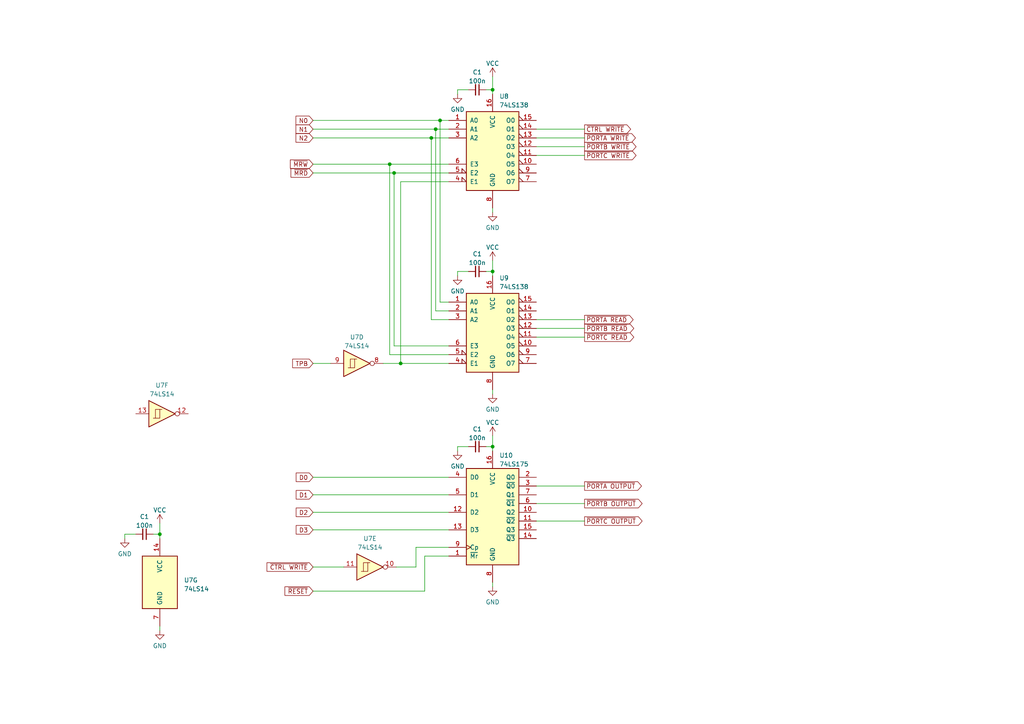
<source format=kicad_sch>
(kicad_sch (version 20230121) (generator eeschema)

  (uuid 8e747904-2510-449a-9e3f-f01131f8106b)

  (paper "A4")

  (lib_symbols
    (symbol "74xx:74LS138" (pin_names (offset 1.016)) (in_bom yes) (on_board yes)
      (property "Reference" "U" (at -7.62 11.43 0)
        (effects (font (size 1.27 1.27)))
      )
      (property "Value" "74LS138" (at -7.62 -13.97 0)
        (effects (font (size 1.27 1.27)))
      )
      (property "Footprint" "" (at 0 0 0)
        (effects (font (size 1.27 1.27)) hide)
      )
      (property "Datasheet" "http://www.ti.com/lit/gpn/sn74LS138" (at 0 0 0)
        (effects (font (size 1.27 1.27)) hide)
      )
      (property "ki_locked" "" (at 0 0 0)
        (effects (font (size 1.27 1.27)))
      )
      (property "ki_keywords" "TTL DECOD DECOD8" (at 0 0 0)
        (effects (font (size 1.27 1.27)) hide)
      )
      (property "ki_description" "Decoder 3 to 8 active low outputs" (at 0 0 0)
        (effects (font (size 1.27 1.27)) hide)
      )
      (property "ki_fp_filters" "DIP?16*" (at 0 0 0)
        (effects (font (size 1.27 1.27)) hide)
      )
      (symbol "74LS138_1_0"
        (pin input line (at -12.7 7.62 0) (length 5.08)
          (name "A0" (effects (font (size 1.27 1.27))))
          (number "1" (effects (font (size 1.27 1.27))))
        )
        (pin output output_low (at 12.7 -5.08 180) (length 5.08)
          (name "O5" (effects (font (size 1.27 1.27))))
          (number "10" (effects (font (size 1.27 1.27))))
        )
        (pin output output_low (at 12.7 -2.54 180) (length 5.08)
          (name "O4" (effects (font (size 1.27 1.27))))
          (number "11" (effects (font (size 1.27 1.27))))
        )
        (pin output output_low (at 12.7 0 180) (length 5.08)
          (name "O3" (effects (font (size 1.27 1.27))))
          (number "12" (effects (font (size 1.27 1.27))))
        )
        (pin output output_low (at 12.7 2.54 180) (length 5.08)
          (name "O2" (effects (font (size 1.27 1.27))))
          (number "13" (effects (font (size 1.27 1.27))))
        )
        (pin output output_low (at 12.7 5.08 180) (length 5.08)
          (name "O1" (effects (font (size 1.27 1.27))))
          (number "14" (effects (font (size 1.27 1.27))))
        )
        (pin output output_low (at 12.7 7.62 180) (length 5.08)
          (name "O0" (effects (font (size 1.27 1.27))))
          (number "15" (effects (font (size 1.27 1.27))))
        )
        (pin power_in line (at 0 15.24 270) (length 5.08)
          (name "VCC" (effects (font (size 1.27 1.27))))
          (number "16" (effects (font (size 1.27 1.27))))
        )
        (pin input line (at -12.7 5.08 0) (length 5.08)
          (name "A1" (effects (font (size 1.27 1.27))))
          (number "2" (effects (font (size 1.27 1.27))))
        )
        (pin input line (at -12.7 2.54 0) (length 5.08)
          (name "A2" (effects (font (size 1.27 1.27))))
          (number "3" (effects (font (size 1.27 1.27))))
        )
        (pin input input_low (at -12.7 -10.16 0) (length 5.08)
          (name "E1" (effects (font (size 1.27 1.27))))
          (number "4" (effects (font (size 1.27 1.27))))
        )
        (pin input input_low (at -12.7 -7.62 0) (length 5.08)
          (name "E2" (effects (font (size 1.27 1.27))))
          (number "5" (effects (font (size 1.27 1.27))))
        )
        (pin input line (at -12.7 -5.08 0) (length 5.08)
          (name "E3" (effects (font (size 1.27 1.27))))
          (number "6" (effects (font (size 1.27 1.27))))
        )
        (pin output output_low (at 12.7 -10.16 180) (length 5.08)
          (name "O7" (effects (font (size 1.27 1.27))))
          (number "7" (effects (font (size 1.27 1.27))))
        )
        (pin power_in line (at 0 -17.78 90) (length 5.08)
          (name "GND" (effects (font (size 1.27 1.27))))
          (number "8" (effects (font (size 1.27 1.27))))
        )
        (pin output output_low (at 12.7 -7.62 180) (length 5.08)
          (name "O6" (effects (font (size 1.27 1.27))))
          (number "9" (effects (font (size 1.27 1.27))))
        )
      )
      (symbol "74LS138_1_1"
        (rectangle (start -7.62 10.16) (end 7.62 -12.7)
          (stroke (width 0.254) (type default))
          (fill (type background))
        )
      )
    )
    (symbol "74xx:74LS14" (pin_names (offset 1.016)) (in_bom yes) (on_board yes)
      (property "Reference" "U" (at 0 1.27 0)
        (effects (font (size 1.27 1.27)))
      )
      (property "Value" "74LS14" (at 0 -1.27 0)
        (effects (font (size 1.27 1.27)))
      )
      (property "Footprint" "" (at 0 0 0)
        (effects (font (size 1.27 1.27)) hide)
      )
      (property "Datasheet" "http://www.ti.com/lit/gpn/sn74LS14" (at 0 0 0)
        (effects (font (size 1.27 1.27)) hide)
      )
      (property "ki_locked" "" (at 0 0 0)
        (effects (font (size 1.27 1.27)))
      )
      (property "ki_keywords" "TTL not inverter" (at 0 0 0)
        (effects (font (size 1.27 1.27)) hide)
      )
      (property "ki_description" "Hex inverter schmitt trigger" (at 0 0 0)
        (effects (font (size 1.27 1.27)) hide)
      )
      (property "ki_fp_filters" "DIP*W7.62mm*" (at 0 0 0)
        (effects (font (size 1.27 1.27)) hide)
      )
      (symbol "74LS14_1_0"
        (polyline
          (pts
            (xy -3.81 3.81)
            (xy -3.81 -3.81)
            (xy 3.81 0)
            (xy -3.81 3.81)
          )
          (stroke (width 0.254) (type default))
          (fill (type background))
        )
        (pin input line (at -7.62 0 0) (length 3.81)
          (name "~" (effects (font (size 1.27 1.27))))
          (number "1" (effects (font (size 1.27 1.27))))
        )
        (pin output inverted (at 7.62 0 180) (length 3.81)
          (name "~" (effects (font (size 1.27 1.27))))
          (number "2" (effects (font (size 1.27 1.27))))
        )
      )
      (symbol "74LS14_1_1"
        (polyline
          (pts
            (xy -1.905 -1.27)
            (xy -1.905 1.27)
            (xy -0.635 1.27)
          )
          (stroke (width 0) (type default))
          (fill (type none))
        )
        (polyline
          (pts
            (xy -2.54 -1.27)
            (xy -0.635 -1.27)
            (xy -0.635 1.27)
            (xy 0 1.27)
          )
          (stroke (width 0) (type default))
          (fill (type none))
        )
      )
      (symbol "74LS14_2_0"
        (polyline
          (pts
            (xy -3.81 3.81)
            (xy -3.81 -3.81)
            (xy 3.81 0)
            (xy -3.81 3.81)
          )
          (stroke (width 0.254) (type default))
          (fill (type background))
        )
        (pin input line (at -7.62 0 0) (length 3.81)
          (name "~" (effects (font (size 1.27 1.27))))
          (number "3" (effects (font (size 1.27 1.27))))
        )
        (pin output inverted (at 7.62 0 180) (length 3.81)
          (name "~" (effects (font (size 1.27 1.27))))
          (number "4" (effects (font (size 1.27 1.27))))
        )
      )
      (symbol "74LS14_2_1"
        (polyline
          (pts
            (xy -1.905 -1.27)
            (xy -1.905 1.27)
            (xy -0.635 1.27)
          )
          (stroke (width 0) (type default))
          (fill (type none))
        )
        (polyline
          (pts
            (xy -2.54 -1.27)
            (xy -0.635 -1.27)
            (xy -0.635 1.27)
            (xy 0 1.27)
          )
          (stroke (width 0) (type default))
          (fill (type none))
        )
      )
      (symbol "74LS14_3_0"
        (polyline
          (pts
            (xy -3.81 3.81)
            (xy -3.81 -3.81)
            (xy 3.81 0)
            (xy -3.81 3.81)
          )
          (stroke (width 0.254) (type default))
          (fill (type background))
        )
        (pin input line (at -7.62 0 0) (length 3.81)
          (name "~" (effects (font (size 1.27 1.27))))
          (number "5" (effects (font (size 1.27 1.27))))
        )
        (pin output inverted (at 7.62 0 180) (length 3.81)
          (name "~" (effects (font (size 1.27 1.27))))
          (number "6" (effects (font (size 1.27 1.27))))
        )
      )
      (symbol "74LS14_3_1"
        (polyline
          (pts
            (xy -1.905 -1.27)
            (xy -1.905 1.27)
            (xy -0.635 1.27)
          )
          (stroke (width 0) (type default))
          (fill (type none))
        )
        (polyline
          (pts
            (xy -2.54 -1.27)
            (xy -0.635 -1.27)
            (xy -0.635 1.27)
            (xy 0 1.27)
          )
          (stroke (width 0) (type default))
          (fill (type none))
        )
      )
      (symbol "74LS14_4_0"
        (polyline
          (pts
            (xy -3.81 3.81)
            (xy -3.81 -3.81)
            (xy 3.81 0)
            (xy -3.81 3.81)
          )
          (stroke (width 0.254) (type default))
          (fill (type background))
        )
        (pin output inverted (at 7.62 0 180) (length 3.81)
          (name "~" (effects (font (size 1.27 1.27))))
          (number "8" (effects (font (size 1.27 1.27))))
        )
        (pin input line (at -7.62 0 0) (length 3.81)
          (name "~" (effects (font (size 1.27 1.27))))
          (number "9" (effects (font (size 1.27 1.27))))
        )
      )
      (symbol "74LS14_4_1"
        (polyline
          (pts
            (xy -1.905 -1.27)
            (xy -1.905 1.27)
            (xy -0.635 1.27)
          )
          (stroke (width 0) (type default))
          (fill (type none))
        )
        (polyline
          (pts
            (xy -2.54 -1.27)
            (xy -0.635 -1.27)
            (xy -0.635 1.27)
            (xy 0 1.27)
          )
          (stroke (width 0) (type default))
          (fill (type none))
        )
      )
      (symbol "74LS14_5_0"
        (polyline
          (pts
            (xy -3.81 3.81)
            (xy -3.81 -3.81)
            (xy 3.81 0)
            (xy -3.81 3.81)
          )
          (stroke (width 0.254) (type default))
          (fill (type background))
        )
        (pin output inverted (at 7.62 0 180) (length 3.81)
          (name "~" (effects (font (size 1.27 1.27))))
          (number "10" (effects (font (size 1.27 1.27))))
        )
        (pin input line (at -7.62 0 0) (length 3.81)
          (name "~" (effects (font (size 1.27 1.27))))
          (number "11" (effects (font (size 1.27 1.27))))
        )
      )
      (symbol "74LS14_5_1"
        (polyline
          (pts
            (xy -1.905 -1.27)
            (xy -1.905 1.27)
            (xy -0.635 1.27)
          )
          (stroke (width 0) (type default))
          (fill (type none))
        )
        (polyline
          (pts
            (xy -2.54 -1.27)
            (xy -0.635 -1.27)
            (xy -0.635 1.27)
            (xy 0 1.27)
          )
          (stroke (width 0) (type default))
          (fill (type none))
        )
      )
      (symbol "74LS14_6_0"
        (polyline
          (pts
            (xy -3.81 3.81)
            (xy -3.81 -3.81)
            (xy 3.81 0)
            (xy -3.81 3.81)
          )
          (stroke (width 0.254) (type default))
          (fill (type background))
        )
        (pin output inverted (at 7.62 0 180) (length 3.81)
          (name "~" (effects (font (size 1.27 1.27))))
          (number "12" (effects (font (size 1.27 1.27))))
        )
        (pin input line (at -7.62 0 0) (length 3.81)
          (name "~" (effects (font (size 1.27 1.27))))
          (number "13" (effects (font (size 1.27 1.27))))
        )
      )
      (symbol "74LS14_6_1"
        (polyline
          (pts
            (xy -1.905 -1.27)
            (xy -1.905 1.27)
            (xy -0.635 1.27)
          )
          (stroke (width 0) (type default))
          (fill (type none))
        )
        (polyline
          (pts
            (xy -2.54 -1.27)
            (xy -0.635 -1.27)
            (xy -0.635 1.27)
            (xy 0 1.27)
          )
          (stroke (width 0) (type default))
          (fill (type none))
        )
      )
      (symbol "74LS14_7_0"
        (pin power_in line (at 0 12.7 270) (length 5.08)
          (name "VCC" (effects (font (size 1.27 1.27))))
          (number "14" (effects (font (size 1.27 1.27))))
        )
        (pin power_in line (at 0 -12.7 90) (length 5.08)
          (name "GND" (effects (font (size 1.27 1.27))))
          (number "7" (effects (font (size 1.27 1.27))))
        )
      )
      (symbol "74LS14_7_1"
        (rectangle (start -5.08 7.62) (end 5.08 -7.62)
          (stroke (width 0.254) (type default))
          (fill (type background))
        )
      )
    )
    (symbol "74xx:74LS175" (pin_names (offset 1.016)) (in_bom yes) (on_board yes)
      (property "Reference" "U" (at -7.62 13.97 0)
        (effects (font (size 1.27 1.27)))
      )
      (property "Value" "74LS175" (at -7.62 -16.51 0)
        (effects (font (size 1.27 1.27)))
      )
      (property "Footprint" "" (at 0 0 0)
        (effects (font (size 1.27 1.27)) hide)
      )
      (property "Datasheet" "http://www.ti.com/lit/gpn/sn74LS175" (at 0 0 0)
        (effects (font (size 1.27 1.27)) hide)
      )
      (property "ki_locked" "" (at 0 0 0)
        (effects (font (size 1.27 1.27)))
      )
      (property "ki_keywords" "TTL REG REG4 DFF" (at 0 0 0)
        (effects (font (size 1.27 1.27)) hide)
      )
      (property "ki_description" "4-bit D Flip-Flop, reset" (at 0 0 0)
        (effects (font (size 1.27 1.27)) hide)
      )
      (property "ki_fp_filters" "DIP?16*" (at 0 0 0)
        (effects (font (size 1.27 1.27)) hide)
      )
      (symbol "74LS175_1_0"
        (pin input line (at -12.7 -12.7 0) (length 5.08)
          (name "~{Mr}" (effects (font (size 1.27 1.27))))
          (number "1" (effects (font (size 1.27 1.27))))
        )
        (pin output line (at 12.7 0 180) (length 5.08)
          (name "Q2" (effects (font (size 1.27 1.27))))
          (number "10" (effects (font (size 1.27 1.27))))
        )
        (pin output line (at 12.7 -2.54 180) (length 5.08)
          (name "~{Q2}" (effects (font (size 1.27 1.27))))
          (number "11" (effects (font (size 1.27 1.27))))
        )
        (pin input line (at -12.7 0 0) (length 5.08)
          (name "D2" (effects (font (size 1.27 1.27))))
          (number "12" (effects (font (size 1.27 1.27))))
        )
        (pin input line (at -12.7 -5.08 0) (length 5.08)
          (name "D3" (effects (font (size 1.27 1.27))))
          (number "13" (effects (font (size 1.27 1.27))))
        )
        (pin output line (at 12.7 -7.62 180) (length 5.08)
          (name "~{Q3}" (effects (font (size 1.27 1.27))))
          (number "14" (effects (font (size 1.27 1.27))))
        )
        (pin output line (at 12.7 -5.08 180) (length 5.08)
          (name "Q3" (effects (font (size 1.27 1.27))))
          (number "15" (effects (font (size 1.27 1.27))))
        )
        (pin power_in line (at 0 17.78 270) (length 5.08)
          (name "VCC" (effects (font (size 1.27 1.27))))
          (number "16" (effects (font (size 1.27 1.27))))
        )
        (pin output line (at 12.7 10.16 180) (length 5.08)
          (name "Q0" (effects (font (size 1.27 1.27))))
          (number "2" (effects (font (size 1.27 1.27))))
        )
        (pin output line (at 12.7 7.62 180) (length 5.08)
          (name "~{Q0}" (effects (font (size 1.27 1.27))))
          (number "3" (effects (font (size 1.27 1.27))))
        )
        (pin input line (at -12.7 10.16 0) (length 5.08)
          (name "D0" (effects (font (size 1.27 1.27))))
          (number "4" (effects (font (size 1.27 1.27))))
        )
        (pin input line (at -12.7 5.08 0) (length 5.08)
          (name "D1" (effects (font (size 1.27 1.27))))
          (number "5" (effects (font (size 1.27 1.27))))
        )
        (pin output line (at 12.7 2.54 180) (length 5.08)
          (name "~{Q1}" (effects (font (size 1.27 1.27))))
          (number "6" (effects (font (size 1.27 1.27))))
        )
        (pin output line (at 12.7 5.08 180) (length 5.08)
          (name "Q1" (effects (font (size 1.27 1.27))))
          (number "7" (effects (font (size 1.27 1.27))))
        )
        (pin power_in line (at 0 -20.32 90) (length 5.08)
          (name "GND" (effects (font (size 1.27 1.27))))
          (number "8" (effects (font (size 1.27 1.27))))
        )
        (pin input clock (at -12.7 -10.16 0) (length 5.08)
          (name "Cp" (effects (font (size 1.27 1.27))))
          (number "9" (effects (font (size 1.27 1.27))))
        )
      )
      (symbol "74LS175_1_1"
        (rectangle (start -7.62 12.7) (end 7.62 -15.24)
          (stroke (width 0.254) (type default))
          (fill (type background))
        )
      )
    )
    (symbol "Device:C_Small" (pin_numbers hide) (pin_names (offset 0.254) hide) (in_bom yes) (on_board yes)
      (property "Reference" "C" (at 0.254 1.778 0)
        (effects (font (size 1.27 1.27)) (justify left))
      )
      (property "Value" "C_Small" (at 0.254 -2.032 0)
        (effects (font (size 1.27 1.27)) (justify left))
      )
      (property "Footprint" "" (at 0 0 0)
        (effects (font (size 1.27 1.27)) hide)
      )
      (property "Datasheet" "~" (at 0 0 0)
        (effects (font (size 1.27 1.27)) hide)
      )
      (property "ki_keywords" "capacitor cap" (at 0 0 0)
        (effects (font (size 1.27 1.27)) hide)
      )
      (property "ki_description" "Unpolarized capacitor, small symbol" (at 0 0 0)
        (effects (font (size 1.27 1.27)) hide)
      )
      (property "ki_fp_filters" "C_*" (at 0 0 0)
        (effects (font (size 1.27 1.27)) hide)
      )
      (symbol "C_Small_0_1"
        (polyline
          (pts
            (xy -1.524 -0.508)
            (xy 1.524 -0.508)
          )
          (stroke (width 0.3302) (type default))
          (fill (type none))
        )
        (polyline
          (pts
            (xy -1.524 0.508)
            (xy 1.524 0.508)
          )
          (stroke (width 0.3048) (type default))
          (fill (type none))
        )
      )
      (symbol "C_Small_1_1"
        (pin passive line (at 0 2.54 270) (length 2.032)
          (name "~" (effects (font (size 1.27 1.27))))
          (number "1" (effects (font (size 1.27 1.27))))
        )
        (pin passive line (at 0 -2.54 90) (length 2.032)
          (name "~" (effects (font (size 1.27 1.27))))
          (number "2" (effects (font (size 1.27 1.27))))
        )
      )
    )
    (symbol "power:GND" (power) (pin_names (offset 0)) (in_bom yes) (on_board yes)
      (property "Reference" "#PWR" (at 0 -6.35 0)
        (effects (font (size 1.27 1.27)) hide)
      )
      (property "Value" "GND" (at 0 -3.81 0)
        (effects (font (size 1.27 1.27)))
      )
      (property "Footprint" "" (at 0 0 0)
        (effects (font (size 1.27 1.27)) hide)
      )
      (property "Datasheet" "" (at 0 0 0)
        (effects (font (size 1.27 1.27)) hide)
      )
      (property "ki_keywords" "global power" (at 0 0 0)
        (effects (font (size 1.27 1.27)) hide)
      )
      (property "ki_description" "Power symbol creates a global label with name \"GND\" , ground" (at 0 0 0)
        (effects (font (size 1.27 1.27)) hide)
      )
      (symbol "GND_0_1"
        (polyline
          (pts
            (xy 0 0)
            (xy 0 -1.27)
            (xy 1.27 -1.27)
            (xy 0 -2.54)
            (xy -1.27 -1.27)
            (xy 0 -1.27)
          )
          (stroke (width 0) (type default))
          (fill (type none))
        )
      )
      (symbol "GND_1_1"
        (pin power_in line (at 0 0 270) (length 0) hide
          (name "GND" (effects (font (size 1.27 1.27))))
          (number "1" (effects (font (size 1.27 1.27))))
        )
      )
    )
    (symbol "power:VCC" (power) (pin_names (offset 0)) (in_bom yes) (on_board yes)
      (property "Reference" "#PWR" (at 0 -3.81 0)
        (effects (font (size 1.27 1.27)) hide)
      )
      (property "Value" "VCC" (at 0 3.81 0)
        (effects (font (size 1.27 1.27)))
      )
      (property "Footprint" "" (at 0 0 0)
        (effects (font (size 1.27 1.27)) hide)
      )
      (property "Datasheet" "" (at 0 0 0)
        (effects (font (size 1.27 1.27)) hide)
      )
      (property "ki_keywords" "global power" (at 0 0 0)
        (effects (font (size 1.27 1.27)) hide)
      )
      (property "ki_description" "Power symbol creates a global label with name \"VCC\"" (at 0 0 0)
        (effects (font (size 1.27 1.27)) hide)
      )
      (symbol "VCC_0_1"
        (polyline
          (pts
            (xy -0.762 1.27)
            (xy 0 2.54)
          )
          (stroke (width 0) (type default))
          (fill (type none))
        )
        (polyline
          (pts
            (xy 0 0)
            (xy 0 2.54)
          )
          (stroke (width 0) (type default))
          (fill (type none))
        )
        (polyline
          (pts
            (xy 0 2.54)
            (xy 0.762 1.27)
          )
          (stroke (width 0) (type default))
          (fill (type none))
        )
      )
      (symbol "VCC_1_1"
        (pin power_in line (at 0 0 90) (length 0) hide
          (name "VCC" (effects (font (size 1.27 1.27))))
          (number "1" (effects (font (size 1.27 1.27))))
        )
      )
    )
  )

  (junction (at 127.635 34.925) (diameter 0) (color 0 0 0 0)
    (uuid 1b32e2ad-3dd7-4836-ac1b-992d1b6e4381)
  )
  (junction (at 142.875 129.54) (diameter 0) (color 0 0 0 0)
    (uuid 2135cfb7-2b8f-4d01-b6fa-3ac3ac9e8b05)
  )
  (junction (at 125.095 40.005) (diameter 0) (color 0 0 0 0)
    (uuid 5f9c6b5c-8d1d-4f26-a154-3445f0883157)
  )
  (junction (at 46.355 154.94) (diameter 0) (color 0 0 0 0)
    (uuid 65bd68d9-c136-4380-b11b-61b076d48b7a)
  )
  (junction (at 114.3 50.165) (diameter 0) (color 0 0 0 0)
    (uuid 7154db4d-5568-4621-8e73-77309a2d99c7)
  )
  (junction (at 126.365 37.465) (diameter 0) (color 0 0 0 0)
    (uuid 8232c58d-3e08-4e30-a779-cf7662c6330c)
  )
  (junction (at 142.875 26.035) (diameter 0) (color 0 0 0 0)
    (uuid 847b0549-64da-4105-ad63-229661d1d158)
  )
  (junction (at 142.875 78.74) (diameter 0) (color 0 0 0 0)
    (uuid d8c8614d-e5b4-4817-a293-f85b171e94dc)
  )
  (junction (at 113.03 47.625) (diameter 0) (color 0 0 0 0)
    (uuid e3837277-a3d3-4bb7-973e-dffb743a98b4)
  )
  (junction (at 116.205 105.41) (diameter 0) (color 0 0 0 0)
    (uuid f3f3e07e-e35f-44c1-9ce0-42030c956d2c)
  )

  (wire (pts (xy 142.875 60.325) (xy 142.875 61.595))
    (stroke (width 0) (type default))
    (uuid 09c4b380-e3a7-4bd0-8ceb-25acedde7d32)
  )
  (wire (pts (xy 46.355 151.765) (xy 46.355 154.94))
    (stroke (width 0) (type default))
    (uuid 0c965492-393b-4ce2-8c52-6db27debc4b7)
  )
  (wire (pts (xy 126.365 37.465) (xy 130.175 37.465))
    (stroke (width 0) (type default))
    (uuid 0d77ef2e-5ada-40d0-8071-2f85ae21cf71)
  )
  (wire (pts (xy 130.175 100.33) (xy 114.3 100.33))
    (stroke (width 0) (type default))
    (uuid 0fbdfee3-7805-4a97-a550-ba89f4b613ef)
  )
  (wire (pts (xy 130.175 90.17) (xy 126.365 90.17))
    (stroke (width 0) (type default))
    (uuid 17f9c358-4a0f-4daf-a530-fcb7ca6be9cb)
  )
  (wire (pts (xy 90.805 50.165) (xy 114.3 50.165))
    (stroke (width 0) (type default))
    (uuid 195913da-6aa1-4549-8806-e1b7ad5d9224)
  )
  (wire (pts (xy 125.095 92.71) (xy 125.095 40.005))
    (stroke (width 0) (type default))
    (uuid 1da2daa3-c77a-45cd-91b6-eac523d26ac1)
  )
  (wire (pts (xy 142.875 126.365) (xy 142.875 129.54))
    (stroke (width 0) (type default))
    (uuid 1f276794-59e6-4317-96d3-152504994c0c)
  )
  (wire (pts (xy 130.175 92.71) (xy 125.095 92.71))
    (stroke (width 0) (type default))
    (uuid 1f370dea-4f1e-4c88-8ac4-07924816d8c1)
  )
  (wire (pts (xy 90.805 138.43) (xy 130.175 138.43))
    (stroke (width 0) (type default))
    (uuid 25b10759-43e9-4425-94e7-d4fa51de5cad)
  )
  (wire (pts (xy 130.175 102.87) (xy 113.03 102.87))
    (stroke (width 0) (type default))
    (uuid 28eabbd3-4a5c-4b96-af82-4e9fe4f53c9d)
  )
  (wire (pts (xy 142.875 168.91) (xy 142.875 170.18))
    (stroke (width 0) (type default))
    (uuid 2a3eca1d-5ce2-4921-a76e-b5e6f8dc60d7)
  )
  (wire (pts (xy 142.875 113.03) (xy 142.875 114.3))
    (stroke (width 0) (type default))
    (uuid 2ba31e0a-97e3-4d9b-8a41-50833b4daaf3)
  )
  (wire (pts (xy 90.805 47.625) (xy 113.03 47.625))
    (stroke (width 0) (type default))
    (uuid 35d4a840-d3f9-4fea-b045-639f67188ceb)
  )
  (wire (pts (xy 169.545 140.97) (xy 155.575 140.97))
    (stroke (width 0) (type default))
    (uuid 377bb5b4-0029-4189-bd67-270e5fa1ba54)
  )
  (wire (pts (xy 44.45 154.94) (xy 46.355 154.94))
    (stroke (width 0) (type default))
    (uuid 3ce3b03c-3134-4da1-9427-94e4fe0d59d3)
  )
  (wire (pts (xy 36.195 154.94) (xy 39.37 154.94))
    (stroke (width 0) (type default))
    (uuid 42dbd3f6-7fb1-44d2-af0a-1da8f0c4b798)
  )
  (wire (pts (xy 120.65 158.75) (xy 120.65 164.465))
    (stroke (width 0) (type default))
    (uuid 443f64b4-1f21-49a4-a0c9-145bd483f0c8)
  )
  (wire (pts (xy 116.205 52.705) (xy 116.205 105.41))
    (stroke (width 0) (type default))
    (uuid 4e274fb4-0749-49ad-acf8-049800fdb36c)
  )
  (wire (pts (xy 113.03 47.625) (xy 130.175 47.625))
    (stroke (width 0) (type default))
    (uuid 51151431-9b55-44e6-a3dc-5f041b9a7c9b)
  )
  (wire (pts (xy 90.805 40.005) (xy 125.095 40.005))
    (stroke (width 0) (type default))
    (uuid 52c43d1c-9562-4544-a634-4c142c4eeb1a)
  )
  (wire (pts (xy 132.715 129.54) (xy 132.715 130.81))
    (stroke (width 0) (type default))
    (uuid 561f987d-077a-4a70-a36e-067a330561db)
  )
  (wire (pts (xy 132.715 78.74) (xy 135.89 78.74))
    (stroke (width 0) (type default))
    (uuid 5c3a37f4-c4f4-41c1-909c-4810f9f36cd3)
  )
  (wire (pts (xy 90.805 148.59) (xy 130.175 148.59))
    (stroke (width 0) (type default))
    (uuid 5d2a7687-4f60-4c66-8dcb-6ace009a0190)
  )
  (wire (pts (xy 90.805 153.67) (xy 130.175 153.67))
    (stroke (width 0) (type default))
    (uuid 5f682a57-f8ed-46ff-8996-96c6f45f8810)
  )
  (wire (pts (xy 111.125 105.41) (xy 116.205 105.41))
    (stroke (width 0) (type default))
    (uuid 6227eb8b-0665-4c65-948c-ff8ad4884702)
  )
  (wire (pts (xy 169.545 151.13) (xy 155.575 151.13))
    (stroke (width 0) (type default))
    (uuid 624a1e3f-df56-4e23-bef5-da286e43f462)
  )
  (wire (pts (xy 155.575 95.25) (xy 169.545 95.25))
    (stroke (width 0) (type default))
    (uuid 6ff07506-7e10-432f-a0fa-bf26f81cf70e)
  )
  (wire (pts (xy 90.805 105.41) (xy 95.885 105.41))
    (stroke (width 0) (type default))
    (uuid 725edc61-2024-4e1b-999c-1f420bb57a88)
  )
  (wire (pts (xy 127.635 34.925) (xy 130.175 34.925))
    (stroke (width 0) (type default))
    (uuid 7426cac7-0f89-43d3-8166-a472a3b44ded)
  )
  (wire (pts (xy 155.575 42.545) (xy 169.545 42.545))
    (stroke (width 0) (type default))
    (uuid 7b77ee2b-e0fa-4331-9f4b-bac6eae94f8e)
  )
  (wire (pts (xy 142.875 22.225) (xy 142.875 26.035))
    (stroke (width 0) (type default))
    (uuid 8485c5d8-d926-4bb5-a7f1-1f9e6ff6b4ab)
  )
  (wire (pts (xy 120.65 164.465) (xy 114.935 164.465))
    (stroke (width 0) (type default))
    (uuid 8568e1d6-cf9c-46b9-b366-f226582960da)
  )
  (wire (pts (xy 135.89 129.54) (xy 132.715 129.54))
    (stroke (width 0) (type default))
    (uuid 8d278ed0-1fd6-4d28-8e8e-556f269c6601)
  )
  (wire (pts (xy 90.805 143.51) (xy 130.175 143.51))
    (stroke (width 0) (type default))
    (uuid 9046362d-d5ec-41ab-8325-73db0bcb6af2)
  )
  (wire (pts (xy 169.545 40.005) (xy 155.575 40.005))
    (stroke (width 0) (type default))
    (uuid 90f63542-78b1-4171-9012-1309e232934b)
  )
  (wire (pts (xy 90.805 171.45) (xy 123.19 171.45))
    (stroke (width 0) (type default))
    (uuid 91b33599-3264-48cf-bbd3-972c8a1a6f27)
  )
  (wire (pts (xy 125.095 40.005) (xy 130.175 40.005))
    (stroke (width 0) (type default))
    (uuid 9a0f8d81-d62d-40cf-af19-6a53b9fecded)
  )
  (wire (pts (xy 126.365 90.17) (xy 126.365 37.465))
    (stroke (width 0) (type default))
    (uuid 9bab197e-8019-4ebf-9ef6-a5baf741d7c0)
  )
  (wire (pts (xy 130.175 52.705) (xy 116.205 52.705))
    (stroke (width 0) (type default))
    (uuid 9f77dd11-5b46-4992-a538-f1f9ec380c43)
  )
  (wire (pts (xy 46.355 154.94) (xy 46.355 156.21))
    (stroke (width 0) (type default))
    (uuid a1221c2b-0c7f-471a-a558-fec267c2afe7)
  )
  (wire (pts (xy 140.97 78.74) (xy 142.875 78.74))
    (stroke (width 0) (type default))
    (uuid a1e00e98-3714-4fd3-accd-4f24d75f0198)
  )
  (wire (pts (xy 132.715 26.035) (xy 132.715 27.305))
    (stroke (width 0) (type default))
    (uuid aaef81d9-f9df-45d3-a436-382b0a59cdc8)
  )
  (wire (pts (xy 155.575 37.465) (xy 169.545 37.465))
    (stroke (width 0) (type default))
    (uuid ac9b419c-bbd3-4c33-8f34-20cc06f1a95d)
  )
  (wire (pts (xy 155.575 45.085) (xy 169.545 45.085))
    (stroke (width 0) (type default))
    (uuid b167c3dd-92b3-4464-b72d-121df6e8e354)
  )
  (wire (pts (xy 114.3 100.33) (xy 114.3 50.165))
    (stroke (width 0) (type default))
    (uuid b167cfbe-2257-46d1-9eb1-782d50a39bfd)
  )
  (wire (pts (xy 140.97 26.035) (xy 142.875 26.035))
    (stroke (width 0) (type default))
    (uuid b24783bd-2545-46ef-b2c6-b7212a215ebc)
  )
  (wire (pts (xy 90.805 34.925) (xy 127.635 34.925))
    (stroke (width 0) (type default))
    (uuid b4c21a72-8849-4513-bb16-7a26346b305f)
  )
  (wire (pts (xy 142.875 78.74) (xy 142.875 80.01))
    (stroke (width 0) (type default))
    (uuid b4eab22c-273b-4bc7-a1a6-349dea5f8d65)
  )
  (wire (pts (xy 142.875 75.565) (xy 142.875 78.74))
    (stroke (width 0) (type default))
    (uuid b6c7bca8-6b1a-4be2-b214-bda4a5feb01f)
  )
  (wire (pts (xy 127.635 87.63) (xy 127.635 34.925))
    (stroke (width 0) (type default))
    (uuid b7e99e5d-1b25-424a-8fe7-dc9ca75058ec)
  )
  (wire (pts (xy 130.175 158.75) (xy 120.65 158.75))
    (stroke (width 0) (type default))
    (uuid b988e7fe-f0b3-4df8-8107-41f3bdb374db)
  )
  (wire (pts (xy 155.575 97.79) (xy 169.545 97.79))
    (stroke (width 0) (type default))
    (uuid be945b09-155d-40b0-be1f-885e4bb4694a)
  )
  (wire (pts (xy 169.545 146.05) (xy 155.575 146.05))
    (stroke (width 0) (type default))
    (uuid c24819b0-67f8-4f10-b015-ef924169d9dc)
  )
  (wire (pts (xy 114.3 50.165) (xy 130.175 50.165))
    (stroke (width 0) (type default))
    (uuid c6121cbb-2799-4886-b091-e78a7932ea97)
  )
  (wire (pts (xy 130.175 161.29) (xy 123.19 161.29))
    (stroke (width 0) (type default))
    (uuid c90fe3be-5cae-4772-a0fc-dd50f58e6dd5)
  )
  (wire (pts (xy 142.875 129.54) (xy 142.875 130.81))
    (stroke (width 0) (type default))
    (uuid cc22e83b-4af8-4e47-b822-c76b79ba6496)
  )
  (wire (pts (xy 90.805 37.465) (xy 126.365 37.465))
    (stroke (width 0) (type default))
    (uuid d4ab1900-43e9-4b92-843d-fc8be8100b67)
  )
  (wire (pts (xy 169.545 92.71) (xy 155.575 92.71))
    (stroke (width 0) (type default))
    (uuid d4d43c75-3509-453f-8e6f-cec9595ac336)
  )
  (wire (pts (xy 142.875 26.035) (xy 142.875 27.305))
    (stroke (width 0) (type default))
    (uuid d9d29b2a-ce5c-4b4c-8088-b9f79cf4ac12)
  )
  (wire (pts (xy 113.03 102.87) (xy 113.03 47.625))
    (stroke (width 0) (type default))
    (uuid e1402a17-82b6-48b4-bfc9-41eb62c80295)
  )
  (wire (pts (xy 36.195 154.94) (xy 36.195 156.21))
    (stroke (width 0) (type default))
    (uuid e1c2512f-7d9a-4810-bed4-06627ef98bfc)
  )
  (wire (pts (xy 140.97 129.54) (xy 142.875 129.54))
    (stroke (width 0) (type default))
    (uuid e5983d0b-4223-486d-84d3-793a70a503c2)
  )
  (wire (pts (xy 132.715 26.035) (xy 135.89 26.035))
    (stroke (width 0) (type default))
    (uuid eb0fdd5c-3c0c-4210-a9e2-5a17c1744ab1)
  )
  (wire (pts (xy 130.175 87.63) (xy 127.635 87.63))
    (stroke (width 0) (type default))
    (uuid ebe7b316-6118-4109-a37f-f83d7d579402)
  )
  (wire (pts (xy 46.355 181.61) (xy 46.355 182.88))
    (stroke (width 0) (type default))
    (uuid f08a7646-2c3b-4074-98c7-185c9585bcd1)
  )
  (wire (pts (xy 132.715 78.74) (xy 132.715 80.01))
    (stroke (width 0) (type default))
    (uuid f1872f7a-6f23-4891-b515-2151b772d2af)
  )
  (wire (pts (xy 123.19 161.29) (xy 123.19 171.45))
    (stroke (width 0) (type default))
    (uuid f1a36e1e-4d45-4bcf-8025-fd9ac7e7d0db)
  )
  (wire (pts (xy 116.205 105.41) (xy 130.175 105.41))
    (stroke (width 0) (type default))
    (uuid fae18c82-d287-496b-b459-986327f10162)
  )
  (wire (pts (xy 90.805 164.465) (xy 99.695 164.465))
    (stroke (width 0) (type default))
    (uuid ffe7650c-945f-4083-a020-28f7e10c331a)
  )

  (global_label "TPB" (shape input) (at 90.805 105.41 180) (fields_autoplaced)
    (effects (font (size 1.27 1.27)) (justify right))
    (uuid 0c108800-2f8f-49d4-b4ad-a39d12e62f31)
    (property "Intersheetrefs" "${INTERSHEET_REFS}" (at 84.3916 105.41 0)
      (effects (font (size 1.27 1.27)) (justify right) hide)
    )
  )
  (global_label "D1" (shape input) (at 90.805 143.51 180) (fields_autoplaced)
    (effects (font (size 1.27 1.27)) (justify right))
    (uuid 1fac3484-a8dd-4625-aa3f-b17fad7fbda6)
    (property "Intersheetrefs" "${INTERSHEET_REFS}" (at 85.4197 143.51 0)
      (effects (font (size 1.27 1.27)) (justify right) hide)
    )
  )
  (global_label "~{RESET}" (shape input) (at 90.805 171.45 180) (fields_autoplaced)
    (effects (font (size 1.27 1.27)) (justify right))
    (uuid 39aca488-a7ac-4ec5-9f41-371f74e16abe)
    (property "Intersheetrefs" "${INTERSHEET_REFS}" (at 82.1541 171.45 0)
      (effects (font (size 1.27 1.27)) (justify right) hide)
    )
  )
  (global_label "~{PORTC READ}" (shape output) (at 169.545 97.79 0) (fields_autoplaced)
    (effects (font (size 1.27 1.27)) (justify left))
    (uuid 422cd684-d059-48af-88b4-cd51f6c05023)
    (property "Intersheetrefs" "${INTERSHEET_REFS}" (at 184.0985 97.79 0)
      (effects (font (size 1.27 1.27)) (justify left) hide)
    )
  )
  (global_label "~{PORTC WRITE}" (shape output) (at 169.545 45.085 0) (fields_autoplaced)
    (effects (font (size 1.27 1.27)) (justify left))
    (uuid 4868af65-dad5-4897-a05b-45dcc2a44555)
    (property "Intersheetrefs" "${INTERSHEET_REFS}" (at 184.7637 45.085 0)
      (effects (font (size 1.27 1.27)) (justify left) hide)
    )
  )
  (global_label "~{MRW}" (shape input) (at 90.805 47.625 180) (fields_autoplaced)
    (effects (font (size 1.27 1.27)) (justify right))
    (uuid 4a06a21e-384f-4738-88ee-e99575e99b6d)
    (property "Intersheetrefs" "${INTERSHEET_REFS}" (at 83.7264 47.625 0)
      (effects (font (size 1.27 1.27)) (justify right) hide)
    )
  )
  (global_label "~{PORTB WRITE}" (shape output) (at 169.545 42.545 0) (fields_autoplaced)
    (effects (font (size 1.27 1.27)) (justify left))
    (uuid 5069914e-4905-4b36-a91d-3159d9dd8417)
    (property "Intersheetrefs" "${INTERSHEET_REFS}" (at 184.7637 42.545 0)
      (effects (font (size 1.27 1.27)) (justify left) hide)
    )
  )
  (global_label "D2" (shape input) (at 90.805 148.59 180) (fields_autoplaced)
    (effects (font (size 1.27 1.27)) (justify right))
    (uuid 6533a060-6f59-436e-95e2-7623b04d40cf)
    (property "Intersheetrefs" "${INTERSHEET_REFS}" (at 85.4197 148.59 0)
      (effects (font (size 1.27 1.27)) (justify right) hide)
    )
  )
  (global_label "~{PORTB READ}" (shape output) (at 169.545 95.25 0) (fields_autoplaced)
    (effects (font (size 1.27 1.27)) (justify left))
    (uuid 6807b320-a39c-4445-8418-18ecb4867e88)
    (property "Intersheetrefs" "${INTERSHEET_REFS}" (at 184.0985 95.25 0)
      (effects (font (size 1.27 1.27)) (justify left) hide)
    )
  )
  (global_label "~{PORTB OUTPUT}" (shape output) (at 169.545 146.05 0) (fields_autoplaced)
    (effects (font (size 1.27 1.27)) (justify left))
    (uuid 6cb6ff08-a9a7-4669-95ec-68e154c2a9b0)
    (property "Intersheetrefs" "${INTERSHEET_REFS}" (at 186.5176 146.05 0)
      (effects (font (size 1.27 1.27)) (justify left) hide)
    )
  )
  (global_label "~{MRD}" (shape input) (at 90.805 50.165 180) (fields_autoplaced)
    (effects (font (size 1.27 1.27)) (justify right))
    (uuid 75449236-d9e5-47c5-be0a-951499e02e57)
    (property "Intersheetrefs" "${INTERSHEET_REFS}" (at 83.9078 50.165 0)
      (effects (font (size 1.27 1.27)) (justify right) hide)
    )
  )
  (global_label "D3" (shape input) (at 90.805 153.67 180) (fields_autoplaced)
    (effects (font (size 1.27 1.27)) (justify right))
    (uuid 7877d15c-bb44-4c83-965e-e9545cdd587b)
    (property "Intersheetrefs" "${INTERSHEET_REFS}" (at 85.4197 153.67 0)
      (effects (font (size 1.27 1.27)) (justify right) hide)
    )
  )
  (global_label "N2" (shape input) (at 90.805 40.005 180) (fields_autoplaced)
    (effects (font (size 1.27 1.27)) (justify right))
    (uuid 79988880-8f97-4d73-a3d6-f295f8cb1a79)
    (property "Intersheetrefs" "${INTERSHEET_REFS}" (at 85.3592 40.005 0)
      (effects (font (size 1.27 1.27)) (justify right) hide)
    )
  )
  (global_label "~{PORTA WRITE}" (shape output) (at 169.545 40.005 0) (fields_autoplaced)
    (effects (font (size 1.27 1.27)) (justify left))
    (uuid 7b5d5538-949b-403d-bd0f-6bf29e1cd071)
    (property "Intersheetrefs" "${INTERSHEET_REFS}" (at 184.5823 40.005 0)
      (effects (font (size 1.27 1.27)) (justify left) hide)
    )
  )
  (global_label "N1" (shape input) (at 90.805 37.465 180) (fields_autoplaced)
    (effects (font (size 1.27 1.27)) (justify right))
    (uuid 7cb9c49a-4d2f-4fdd-906d-3d43ee4a95b5)
    (property "Intersheetrefs" "${INTERSHEET_REFS}" (at 85.3592 37.465 0)
      (effects (font (size 1.27 1.27)) (justify right) hide)
    )
  )
  (global_label "~{CTRL WRITE}" (shape output) (at 169.545 37.465 0) (fields_autoplaced)
    (effects (font (size 1.27 1.27)) (justify left))
    (uuid 949bf436-6d62-4675-894a-0186b020ac65)
    (property "Intersheetrefs" "${INTERSHEET_REFS}" (at 183.1913 37.465 0)
      (effects (font (size 1.27 1.27)) (justify left) hide)
    )
  )
  (global_label "~{PORTC OUTPUT}" (shape output) (at 169.545 151.13 0) (fields_autoplaced)
    (effects (font (size 1.27 1.27)) (justify left))
    (uuid a528f612-7ec7-4b49-96c4-a4ad25fca5ff)
    (property "Intersheetrefs" "${INTERSHEET_REFS}" (at 186.5176 151.13 0)
      (effects (font (size 1.27 1.27)) (justify left) hide)
    )
  )
  (global_label "N0" (shape input) (at 90.805 34.925 180) (fields_autoplaced)
    (effects (font (size 1.27 1.27)) (justify right))
    (uuid b5509f7b-d2e5-4e43-9ba2-b510a517b832)
    (property "Intersheetrefs" "${INTERSHEET_REFS}" (at 85.3592 34.925 0)
      (effects (font (size 1.27 1.27)) (justify right) hide)
    )
  )
  (global_label "D0" (shape input) (at 90.805 138.43 180) (fields_autoplaced)
    (effects (font (size 1.27 1.27)) (justify right))
    (uuid b57288b5-e962-4dd7-a2ff-0e5d94fc0e8e)
    (property "Intersheetrefs" "${INTERSHEET_REFS}" (at 85.4197 138.43 0)
      (effects (font (size 1.27 1.27)) (justify right) hide)
    )
  )
  (global_label "~{CTRL WRITE}" (shape input) (at 90.805 164.465 180) (fields_autoplaced)
    (effects (font (size 1.27 1.27)) (justify right))
    (uuid dc31fbbb-bfdf-440b-9468-94e87da15826)
    (property "Intersheetrefs" "${INTERSHEET_REFS}" (at 77.1587 164.465 0)
      (effects (font (size 1.27 1.27)) (justify right) hide)
    )
  )
  (global_label "~{PORTA READ}" (shape output) (at 169.545 92.71 0) (fields_autoplaced)
    (effects (font (size 1.27 1.27)) (justify left))
    (uuid e849f985-1368-4aee-8267-6f1b1f82b98c)
    (property "Intersheetrefs" "${INTERSHEET_REFS}" (at 183.9171 92.71 0)
      (effects (font (size 1.27 1.27)) (justify left) hide)
    )
  )
  (global_label "~{PORTA OUTPUT}" (shape output) (at 169.545 140.97 0) (fields_autoplaced)
    (effects (font (size 1.27 1.27)) (justify left))
    (uuid ef6037e2-7425-4ee2-90a5-503c875fa405)
    (property "Intersheetrefs" "${INTERSHEET_REFS}" (at 186.3362 140.97 0)
      (effects (font (size 1.27 1.27)) (justify left) hide)
    )
  )

  (symbol (lib_id "Device:C_Small") (at 41.91 154.94 270) (unit 1)
    (in_bom yes) (on_board yes) (dnp no) (fields_autoplaced)
    (uuid 0066dc6c-10aa-4fa2-9495-6cdd9dbcdd1f)
    (property "Reference" "C1" (at 41.9036 149.86 90)
      (effects (font (size 1.27 1.27)))
    )
    (property "Value" "100n" (at 41.9036 152.4 90)
      (effects (font (size 1.27 1.27)))
    )
    (property "Footprint" "Capacitor_THT:C_Disc_D3.0mm_W1.6mm_P2.50mm" (at 41.91 154.94 0)
      (effects (font (size 1.27 1.27)) hide)
    )
    (property "Datasheet" "~" (at 41.91 154.94 0)
      (effects (font (size 1.27 1.27)) hide)
    )
    (pin "1" (uuid dd92069a-63d4-4430-a87a-09d91098f6de))
    (pin "2" (uuid 6b986b0b-3766-4326-ab3c-35d628f13548))
    (instances
      (project "cdp-io"
        (path "/479e9a3e-8705-41df-8009-7e8503809f49/05095c2f-eeee-4b53-a55c-38329025afd6"
          (reference "C1") (unit 1)
        )
        (path "/479e9a3e-8705-41df-8009-7e8503809f49/f2f2e87f-81b0-49e1-b285-4bb1f98f04a0"
          (reference "C4") (unit 1)
        )
        (path "/479e9a3e-8705-41df-8009-7e8503809f49/03dab4a8-d44b-4cf8-b119-6efcff8953b4"
          (reference "C6") (unit 1)
        )
        (path "/479e9a3e-8705-41df-8009-7e8503809f49/fc5dd19a-450f-4ce7-af21-025e7154e993"
          (reference "C7") (unit 1)
        )
      )
    )
  )

  (symbol (lib_id "Device:C_Small") (at 138.43 26.035 270) (unit 1)
    (in_bom yes) (on_board yes) (dnp no) (fields_autoplaced)
    (uuid 14d22289-de35-45dc-9cc0-d97dd235f2ff)
    (property "Reference" "C1" (at 138.4236 20.955 90)
      (effects (font (size 1.27 1.27)))
    )
    (property "Value" "100n" (at 138.4236 23.495 90)
      (effects (font (size 1.27 1.27)))
    )
    (property "Footprint" "Capacitor_THT:C_Disc_D3.0mm_W1.6mm_P2.50mm" (at 138.43 26.035 0)
      (effects (font (size 1.27 1.27)) hide)
    )
    (property "Datasheet" "~" (at 138.43 26.035 0)
      (effects (font (size 1.27 1.27)) hide)
    )
    (pin "1" (uuid 02005e0f-6e17-444e-a7b4-22f0ef0b819d))
    (pin "2" (uuid 5426e7c1-dec7-4666-8895-0d4675033731))
    (instances
      (project "cdp-io"
        (path "/479e9a3e-8705-41df-8009-7e8503809f49/05095c2f-eeee-4b53-a55c-38329025afd6"
          (reference "C1") (unit 1)
        )
        (path "/479e9a3e-8705-41df-8009-7e8503809f49/f2f2e87f-81b0-49e1-b285-4bb1f98f04a0"
          (reference "C4") (unit 1)
        )
        (path "/479e9a3e-8705-41df-8009-7e8503809f49/03dab4a8-d44b-4cf8-b119-6efcff8953b4"
          (reference "C6") (unit 1)
        )
        (path "/479e9a3e-8705-41df-8009-7e8503809f49/fc5dd19a-450f-4ce7-af21-025e7154e993"
          (reference "C8") (unit 1)
        )
      )
    )
  )

  (symbol (lib_id "74xx:74LS138") (at 142.875 42.545 0) (unit 1)
    (in_bom yes) (on_board yes) (dnp no) (fields_autoplaced)
    (uuid 1dbf0960-62f2-4f17-bc24-333e1312dfe3)
    (property "Reference" "U8" (at 144.8309 27.94 0)
      (effects (font (size 1.27 1.27)) (justify left))
    )
    (property "Value" "74LS138" (at 144.8309 30.48 0)
      (effects (font (size 1.27 1.27)) (justify left))
    )
    (property "Footprint" "Package_DIP:DIP-16_W7.62mm_Socket" (at 142.875 42.545 0)
      (effects (font (size 1.27 1.27)) hide)
    )
    (property "Datasheet" "http://www.ti.com/lit/gpn/sn74LS138" (at 142.875 42.545 0)
      (effects (font (size 1.27 1.27)) hide)
    )
    (pin "1" (uuid a4739aee-3007-48ff-88aa-9da83e87abbc))
    (pin "10" (uuid c0801680-7194-423a-b68b-c2ffad5f806a))
    (pin "11" (uuid 14c3ffc2-6cc3-477f-a361-5e92356ebf91))
    (pin "12" (uuid cf5783c6-2fc1-4eda-a40f-6e10efb9c418))
    (pin "13" (uuid 4902f89a-d0c8-484c-a1d9-397c9e126717))
    (pin "14" (uuid f4d977a2-7a96-4b3d-9d88-92089fc76fe6))
    (pin "15" (uuid 745927ba-ed58-48c1-a5a6-63a32fcdf9a6))
    (pin "16" (uuid 5973be77-3803-4379-b3b4-6c79b729879f))
    (pin "2" (uuid 64ff1791-59d1-46c9-ac6c-a716642a5810))
    (pin "3" (uuid 4330ed42-9921-4c61-9081-b4e316311f1c))
    (pin "4" (uuid 6fd97f48-7ac9-48cb-9d51-938f85630146))
    (pin "5" (uuid 31f65495-e327-4254-8f08-0fb5b0e03803))
    (pin "6" (uuid bd76b740-63bd-494f-94c6-6e7629b87297))
    (pin "7" (uuid 9dc28e4b-0254-4ae0-af3e-3b5696f0e08d))
    (pin "8" (uuid 249f3952-1ba1-420b-8f64-aa0a564ddd39))
    (pin "9" (uuid b9d55fa6-ee66-4065-8edd-2618df645915))
    (instances
      (project "cdp-io"
        (path "/479e9a3e-8705-41df-8009-7e8503809f49/fc5dd19a-450f-4ce7-af21-025e7154e993"
          (reference "U8") (unit 1)
        )
      )
    )
  )

  (symbol (lib_id "power:VCC") (at 142.875 126.365 0) (unit 1)
    (in_bom yes) (on_board yes) (dnp no)
    (uuid 28347e1b-a340-466d-a5a5-b947d22b22ee)
    (property "Reference" "#PWR02" (at 142.875 130.175 0)
      (effects (font (size 1.27 1.27)) hide)
    )
    (property "Value" "VCC" (at 142.875 122.555 0)
      (effects (font (size 1.27 1.27)))
    )
    (property "Footprint" "" (at 142.875 126.365 0)
      (effects (font (size 1.27 1.27)) hide)
    )
    (property "Datasheet" "" (at 142.875 126.365 0)
      (effects (font (size 1.27 1.27)) hide)
    )
    (pin "1" (uuid 168c31d0-59e1-4197-b7f7-616d79f75596))
    (instances
      (project "cdp-io"
        (path "/479e9a3e-8705-41df-8009-7e8503809f49"
          (reference "#PWR02") (unit 1)
        )
        (path "/479e9a3e-8705-41df-8009-7e8503809f49/05095c2f-eeee-4b53-a55c-38329025afd6"
          (reference "#PWR07") (unit 1)
        )
        (path "/479e9a3e-8705-41df-8009-7e8503809f49/f2f2e87f-81b0-49e1-b285-4bb1f98f04a0"
          (reference "#PWR03") (unit 1)
        )
        (path "/479e9a3e-8705-41df-8009-7e8503809f49/03dab4a8-d44b-4cf8-b119-6efcff8953b4"
          (reference "#PWR017") (unit 1)
        )
        (path "/479e9a3e-8705-41df-8009-7e8503809f49/fc5dd19a-450f-4ce7-af21-025e7154e993"
          (reference "#PWR031") (unit 1)
        )
      )
    )
  )

  (symbol (lib_id "Device:C_Small") (at 138.43 129.54 270) (unit 1)
    (in_bom yes) (on_board yes) (dnp no) (fields_autoplaced)
    (uuid 29724c2c-9ef8-40eb-a760-c0c3e5f4eaee)
    (property "Reference" "C1" (at 138.4236 124.46 90)
      (effects (font (size 1.27 1.27)))
    )
    (property "Value" "100n" (at 138.4236 127 90)
      (effects (font (size 1.27 1.27)))
    )
    (property "Footprint" "Capacitor_THT:C_Disc_D3.0mm_W1.6mm_P2.50mm" (at 138.43 129.54 0)
      (effects (font (size 1.27 1.27)) hide)
    )
    (property "Datasheet" "~" (at 138.43 129.54 0)
      (effects (font (size 1.27 1.27)) hide)
    )
    (pin "1" (uuid 39c0501b-aca0-4bce-8366-ae2629dda1ac))
    (pin "2" (uuid 88f0e40c-def7-417c-8241-41aed212833a))
    (instances
      (project "cdp-io"
        (path "/479e9a3e-8705-41df-8009-7e8503809f49/05095c2f-eeee-4b53-a55c-38329025afd6"
          (reference "C1") (unit 1)
        )
        (path "/479e9a3e-8705-41df-8009-7e8503809f49/f2f2e87f-81b0-49e1-b285-4bb1f98f04a0"
          (reference "C4") (unit 1)
        )
        (path "/479e9a3e-8705-41df-8009-7e8503809f49/03dab4a8-d44b-4cf8-b119-6efcff8953b4"
          (reference "C6") (unit 1)
        )
        (path "/479e9a3e-8705-41df-8009-7e8503809f49/fc5dd19a-450f-4ce7-af21-025e7154e993"
          (reference "C10") (unit 1)
        )
      )
    )
  )

  (symbol (lib_id "74xx:74LS14") (at 103.505 105.41 0) (unit 4)
    (in_bom yes) (on_board yes) (dnp no) (fields_autoplaced)
    (uuid 323dd0d1-6f77-4b80-949f-7f321d365104)
    (property "Reference" "U7" (at 103.505 97.79 0)
      (effects (font (size 1.27 1.27)))
    )
    (property "Value" "74LS14" (at 103.505 100.33 0)
      (effects (font (size 1.27 1.27)))
    )
    (property "Footprint" "Package_DIP:DIP-14_W7.62mm_Socket" (at 103.505 105.41 0)
      (effects (font (size 1.27 1.27)) hide)
    )
    (property "Datasheet" "http://www.ti.com/lit/gpn/sn74LS14" (at 103.505 105.41 0)
      (effects (font (size 1.27 1.27)) hide)
    )
    (pin "1" (uuid 2321bfc2-689e-4c78-99bf-63e78b76141d))
    (pin "2" (uuid 97783fa8-6e29-4116-bdbf-d8c1ee7506cb))
    (pin "3" (uuid e82d0993-1487-45bc-83ed-c1d49faa43aa))
    (pin "4" (uuid 89761333-dc43-4d04-b1fe-d10ac6351bf8))
    (pin "5" (uuid 5cc6510a-0257-4f9e-9c8a-08d3c758c731))
    (pin "6" (uuid c48801e5-c1a7-4b05-bced-8914a6ba21a3))
    (pin "8" (uuid de0894a2-34eb-4dfe-b4e4-4cbeff213740))
    (pin "9" (uuid b4a31f8f-3840-4222-8a11-0b8d76b95827))
    (pin "10" (uuid 6086aea6-a3a0-41f4-bd17-f1726b860484))
    (pin "11" (uuid e25680a5-f067-4ed4-b4f4-e30ab5120208))
    (pin "12" (uuid e4c2be5a-48b0-4045-ba15-81bd4c2ef020))
    (pin "13" (uuid 2beadd67-5e76-4d61-935c-7c1bfb4836e4))
    (pin "14" (uuid b4c46ade-6f64-44ed-901c-05e60abaab13))
    (pin "7" (uuid d0f56f99-13de-4456-bf2b-48b9cdc6d239))
    (instances
      (project "cdp-io"
        (path "/479e9a3e-8705-41df-8009-7e8503809f49/fc5dd19a-450f-4ce7-af21-025e7154e993"
          (reference "U7") (unit 4)
        )
      )
    )
  )

  (symbol (lib_id "74xx:74LS138") (at 142.875 95.25 0) (unit 1)
    (in_bom yes) (on_board yes) (dnp no) (fields_autoplaced)
    (uuid 41105c9c-b74a-4f2a-bb6d-81b98e766dda)
    (property "Reference" "U9" (at 144.8309 80.645 0)
      (effects (font (size 1.27 1.27)) (justify left))
    )
    (property "Value" "74LS138" (at 144.8309 83.185 0)
      (effects (font (size 1.27 1.27)) (justify left))
    )
    (property "Footprint" "Package_DIP:DIP-16_W7.62mm_Socket" (at 142.875 95.25 0)
      (effects (font (size 1.27 1.27)) hide)
    )
    (property "Datasheet" "http://www.ti.com/lit/gpn/sn74LS138" (at 142.875 95.25 0)
      (effects (font (size 1.27 1.27)) hide)
    )
    (pin "1" (uuid d1936e27-093b-45dd-be8c-bc65ebe2d379))
    (pin "10" (uuid e5fd9d54-05d0-4e7a-bb4e-7d744796d073))
    (pin "11" (uuid 345dbc68-42a6-410e-b9fa-9d3d6575e5ad))
    (pin "12" (uuid 2e369823-b685-42fb-80f5-2ebb240ff1c3))
    (pin "13" (uuid de8c4ff0-1bff-4b53-9f31-3a95c211ab14))
    (pin "14" (uuid f83e0258-b8bd-42c6-8d45-8a0e8441f250))
    (pin "15" (uuid d9a7e901-ba99-42df-afc9-27da246c0ee5))
    (pin "16" (uuid 20d4864d-42f1-4ce1-80b6-a75b6225554d))
    (pin "2" (uuid d2aa38d5-a785-4410-8a89-e820c6a77b40))
    (pin "3" (uuid 3fd4ceb7-3fa6-4f91-a98e-c3940b96da37))
    (pin "4" (uuid 36e990f0-d127-44a5-b4fd-59966173faf8))
    (pin "5" (uuid 887e5f01-30ac-44be-a6d9-4d3e179654aa))
    (pin "6" (uuid c6c3b5e0-9fd7-4bdb-aeff-35da1d92ef9f))
    (pin "7" (uuid 8ca79430-af82-4196-a2bb-f81de142b565))
    (pin "8" (uuid 6893b949-c4f1-4cdc-b842-74749b041810))
    (pin "9" (uuid 830e9820-394c-4f8d-a816-29e3081d0b7c))
    (instances
      (project "cdp-io"
        (path "/479e9a3e-8705-41df-8009-7e8503809f49/fc5dd19a-450f-4ce7-af21-025e7154e993"
          (reference "U9") (unit 1)
        )
      )
    )
  )

  (symbol (lib_id "power:GND") (at 132.715 27.305 0) (unit 1)
    (in_bom yes) (on_board yes) (dnp no) (fields_autoplaced)
    (uuid 450b92dd-086c-4627-a9c5-c37d7184fe20)
    (property "Reference" "#PWR04" (at 132.715 33.655 0)
      (effects (font (size 1.27 1.27)) hide)
    )
    (property "Value" "GND" (at 132.715 31.75 0)
      (effects (font (size 1.27 1.27)))
    )
    (property "Footprint" "" (at 132.715 27.305 0)
      (effects (font (size 1.27 1.27)) hide)
    )
    (property "Datasheet" "" (at 132.715 27.305 0)
      (effects (font (size 1.27 1.27)) hide)
    )
    (pin "1" (uuid b805ce62-879d-46d0-8c71-97b3acae3f5f))
    (instances
      (project "cdp-io"
        (path "/479e9a3e-8705-41df-8009-7e8503809f49"
          (reference "#PWR04") (unit 1)
        )
        (path "/479e9a3e-8705-41df-8009-7e8503809f49/05095c2f-eeee-4b53-a55c-38329025afd6"
          (reference "#PWR06") (unit 1)
        )
        (path "/479e9a3e-8705-41df-8009-7e8503809f49/f2f2e87f-81b0-49e1-b285-4bb1f98f04a0"
          (reference "#PWR02") (unit 1)
        )
        (path "/479e9a3e-8705-41df-8009-7e8503809f49/fc5dd19a-450f-4ce7-af21-025e7154e993"
          (reference "#PWR026") (unit 1)
        )
      )
    )
  )

  (symbol (lib_id "power:VCC") (at 46.355 151.765 0) (unit 1)
    (in_bom yes) (on_board yes) (dnp no)
    (uuid 4bfe01cf-6139-4993-a883-d90b568d75b9)
    (property "Reference" "#PWR02" (at 46.355 155.575 0)
      (effects (font (size 1.27 1.27)) hide)
    )
    (property "Value" "VCC" (at 46.355 147.955 0)
      (effects (font (size 1.27 1.27)))
    )
    (property "Footprint" "" (at 46.355 151.765 0)
      (effects (font (size 1.27 1.27)) hide)
    )
    (property "Datasheet" "" (at 46.355 151.765 0)
      (effects (font (size 1.27 1.27)) hide)
    )
    (pin "1" (uuid dfd72e2b-7f4c-4137-9953-ffa147d64633))
    (instances
      (project "cdp-io"
        (path "/479e9a3e-8705-41df-8009-7e8503809f49"
          (reference "#PWR02") (unit 1)
        )
        (path "/479e9a3e-8705-41df-8009-7e8503809f49/05095c2f-eeee-4b53-a55c-38329025afd6"
          (reference "#PWR07") (unit 1)
        )
        (path "/479e9a3e-8705-41df-8009-7e8503809f49/f2f2e87f-81b0-49e1-b285-4bb1f98f04a0"
          (reference "#PWR03") (unit 1)
        )
        (path "/479e9a3e-8705-41df-8009-7e8503809f49/03dab4a8-d44b-4cf8-b119-6efcff8953b4"
          (reference "#PWR017") (unit 1)
        )
        (path "/479e9a3e-8705-41df-8009-7e8503809f49/fc5dd19a-450f-4ce7-af21-025e7154e993"
          (reference "#PWR028") (unit 1)
        )
      )
    )
  )

  (symbol (lib_id "power:GND") (at 132.715 80.01 0) (unit 1)
    (in_bom yes) (on_board yes) (dnp no) (fields_autoplaced)
    (uuid 59303423-71be-4ff4-887d-827af7233e12)
    (property "Reference" "#PWR04" (at 132.715 86.36 0)
      (effects (font (size 1.27 1.27)) hide)
    )
    (property "Value" "GND" (at 132.715 84.455 0)
      (effects (font (size 1.27 1.27)))
    )
    (property "Footprint" "" (at 132.715 80.01 0)
      (effects (font (size 1.27 1.27)) hide)
    )
    (property "Datasheet" "" (at 132.715 80.01 0)
      (effects (font (size 1.27 1.27)) hide)
    )
    (pin "1" (uuid a46b7043-bcf2-48d8-a8cb-375626b5ae46))
    (instances
      (project "cdp-io"
        (path "/479e9a3e-8705-41df-8009-7e8503809f49"
          (reference "#PWR04") (unit 1)
        )
        (path "/479e9a3e-8705-41df-8009-7e8503809f49/05095c2f-eeee-4b53-a55c-38329025afd6"
          (reference "#PWR06") (unit 1)
        )
        (path "/479e9a3e-8705-41df-8009-7e8503809f49/f2f2e87f-81b0-49e1-b285-4bb1f98f04a0"
          (reference "#PWR02") (unit 1)
        )
        (path "/479e9a3e-8705-41df-8009-7e8503809f49/fc5dd19a-450f-4ce7-af21-025e7154e993"
          (reference "#PWR025") (unit 1)
        )
      )
    )
  )

  (symbol (lib_id "power:GND") (at 142.875 61.595 0) (unit 1)
    (in_bom yes) (on_board yes) (dnp no) (fields_autoplaced)
    (uuid 6b3370cb-f29e-4c15-8e5f-ddeb54df60f8)
    (property "Reference" "#PWR04" (at 142.875 67.945 0)
      (effects (font (size 1.27 1.27)) hide)
    )
    (property "Value" "GND" (at 142.875 66.04 0)
      (effects (font (size 1.27 1.27)))
    )
    (property "Footprint" "" (at 142.875 61.595 0)
      (effects (font (size 1.27 1.27)) hide)
    )
    (property "Datasheet" "" (at 142.875 61.595 0)
      (effects (font (size 1.27 1.27)) hide)
    )
    (pin "1" (uuid ea1dc576-255c-4e2f-a834-5a655b605963))
    (instances
      (project "cdp-io"
        (path "/479e9a3e-8705-41df-8009-7e8503809f49"
          (reference "#PWR04") (unit 1)
        )
        (path "/479e9a3e-8705-41df-8009-7e8503809f49/05095c2f-eeee-4b53-a55c-38329025afd6"
          (reference "#PWR06") (unit 1)
        )
        (path "/479e9a3e-8705-41df-8009-7e8503809f49/f2f2e87f-81b0-49e1-b285-4bb1f98f04a0"
          (reference "#PWR02") (unit 1)
        )
        (path "/479e9a3e-8705-41df-8009-7e8503809f49/fc5dd19a-450f-4ce7-af21-025e7154e993"
          (reference "#PWR021") (unit 1)
        )
      )
    )
  )

  (symbol (lib_id "74xx:74LS14") (at 46.99 120.015 0) (unit 6)
    (in_bom yes) (on_board yes) (dnp no) (fields_autoplaced)
    (uuid 7ce28034-9ec0-4ee4-be66-e8e7e3453cb0)
    (property "Reference" "U7" (at 46.99 111.76 0)
      (effects (font (size 1.27 1.27)))
    )
    (property "Value" "74LS14" (at 46.99 114.3 0)
      (effects (font (size 1.27 1.27)))
    )
    (property "Footprint" "Package_DIP:DIP-14_W7.62mm_Socket" (at 46.99 120.015 0)
      (effects (font (size 1.27 1.27)) hide)
    )
    (property "Datasheet" "http://www.ti.com/lit/gpn/sn74LS14" (at 46.99 120.015 0)
      (effects (font (size 1.27 1.27)) hide)
    )
    (pin "1" (uuid ec10842d-4bb4-4aae-a575-f8d805c51c2c))
    (pin "2" (uuid c187ad93-a0d3-456f-8223-42cf9802ab6d))
    (pin "3" (uuid 89bb5671-a6a5-4154-aa03-068776893a2c))
    (pin "4" (uuid 8fc7f725-4a69-4a3a-89df-918ca16badc9))
    (pin "5" (uuid 295a9580-353e-47de-8de0-02244106ab2c))
    (pin "6" (uuid 2a130c9a-ef61-442b-9e54-dbc2a80bdf10))
    (pin "8" (uuid 09b0fddd-9786-44b8-b314-2046abe7258f))
    (pin "9" (uuid c4da5eb1-85c3-439b-8c7c-6b91c3ef4656))
    (pin "10" (uuid 688236eb-d31e-40db-901c-dea49460808f))
    (pin "11" (uuid 0afdb736-37e1-488e-8856-baa02fbfc1d2))
    (pin "12" (uuid 85eaebce-96c2-4f8b-a9b6-653110ef981e))
    (pin "13" (uuid 26e3acbd-db1c-4241-b260-a6ed379370f3))
    (pin "14" (uuid fc7f63cb-d019-438d-bd3d-32dafd698f09))
    (pin "7" (uuid 7c63da9c-f426-43b6-91a8-10d83bd4b981))
    (instances
      (project "cdp-io"
        (path "/479e9a3e-8705-41df-8009-7e8503809f49/fc5dd19a-450f-4ce7-af21-025e7154e993"
          (reference "U7") (unit 6)
        )
      )
    )
  )

  (symbol (lib_id "power:GND") (at 142.875 114.3 0) (unit 1)
    (in_bom yes) (on_board yes) (dnp no) (fields_autoplaced)
    (uuid 7f7e50c0-9f23-451c-a76f-8470cecc88ac)
    (property "Reference" "#PWR04" (at 142.875 120.65 0)
      (effects (font (size 1.27 1.27)) hide)
    )
    (property "Value" "GND" (at 142.875 118.745 0)
      (effects (font (size 1.27 1.27)))
    )
    (property "Footprint" "" (at 142.875 114.3 0)
      (effects (font (size 1.27 1.27)) hide)
    )
    (property "Datasheet" "" (at 142.875 114.3 0)
      (effects (font (size 1.27 1.27)) hide)
    )
    (pin "1" (uuid 58222e24-d9de-46b6-b225-39f0006c30fa))
    (instances
      (project "cdp-io"
        (path "/479e9a3e-8705-41df-8009-7e8503809f49"
          (reference "#PWR04") (unit 1)
        )
        (path "/479e9a3e-8705-41df-8009-7e8503809f49/05095c2f-eeee-4b53-a55c-38329025afd6"
          (reference "#PWR06") (unit 1)
        )
        (path "/479e9a3e-8705-41df-8009-7e8503809f49/f2f2e87f-81b0-49e1-b285-4bb1f98f04a0"
          (reference "#PWR02") (unit 1)
        )
        (path "/479e9a3e-8705-41df-8009-7e8503809f49/fc5dd19a-450f-4ce7-af21-025e7154e993"
          (reference "#PWR022") (unit 1)
        )
      )
    )
  )

  (symbol (lib_id "74xx:74LS14") (at 46.355 168.91 0) (unit 7)
    (in_bom yes) (on_board yes) (dnp no) (fields_autoplaced)
    (uuid 894f833c-c2a6-4afc-8be2-097fa56c5de6)
    (property "Reference" "U7" (at 53.34 168.275 0)
      (effects (font (size 1.27 1.27)) (justify left))
    )
    (property "Value" "74LS14" (at 53.34 170.815 0)
      (effects (font (size 1.27 1.27)) (justify left))
    )
    (property "Footprint" "Package_DIP:DIP-14_W7.62mm_Socket" (at 46.355 168.91 0)
      (effects (font (size 1.27 1.27)) hide)
    )
    (property "Datasheet" "http://www.ti.com/lit/gpn/sn74LS14" (at 46.355 168.91 0)
      (effects (font (size 1.27 1.27)) hide)
    )
    (pin "1" (uuid 512b2a6c-03bc-4bf5-b7ff-760616f5f21e))
    (pin "2" (uuid 0d504106-d964-4c8d-bdbb-5cd961b826ea))
    (pin "3" (uuid 62a59005-f57c-47bb-ba8e-a28b58a34b97))
    (pin "4" (uuid df19b78c-d6da-497e-99cf-4c11a270ff4a))
    (pin "5" (uuid 2fc67c10-ad3f-419d-b67c-c2913765c0e4))
    (pin "6" (uuid e66ff198-33e4-41d9-9791-6e3ff3eaec06))
    (pin "8" (uuid a2a67e67-550c-4ad1-aa04-e5783a25f791))
    (pin "9" (uuid 632be6b2-80d9-48e3-ad20-c1ead6c96bef))
    (pin "10" (uuid c7922c98-79ff-41ce-bb49-d191fe80ccce))
    (pin "11" (uuid 23200540-0580-40bd-a004-09578052806e))
    (pin "12" (uuid 0c7dba03-ddfb-4b3e-90e0-2150a55aebbd))
    (pin "13" (uuid c3d8fedf-f935-439b-be59-43692febb4fb))
    (pin "14" (uuid f1e915f9-e201-470f-b92e-b5604a53b224))
    (pin "7" (uuid adf23420-c376-4fdc-924d-5ac4e18a50ca))
    (instances
      (project "cdp-io"
        (path "/479e9a3e-8705-41df-8009-7e8503809f49/fc5dd19a-450f-4ce7-af21-025e7154e993"
          (reference "U7") (unit 7)
        )
      )
    )
  )

  (symbol (lib_id "power:VCC") (at 142.875 75.565 0) (unit 1)
    (in_bom yes) (on_board yes) (dnp no)
    (uuid 920154cf-7932-47a8-a156-f91720e0d27b)
    (property "Reference" "#PWR02" (at 142.875 79.375 0)
      (effects (font (size 1.27 1.27)) hide)
    )
    (property "Value" "VCC" (at 142.875 71.755 0)
      (effects (font (size 1.27 1.27)))
    )
    (property "Footprint" "" (at 142.875 75.565 0)
      (effects (font (size 1.27 1.27)) hide)
    )
    (property "Datasheet" "" (at 142.875 75.565 0)
      (effects (font (size 1.27 1.27)) hide)
    )
    (pin "1" (uuid 4009345c-7336-4ccf-b3d1-5b69ffc8e28f))
    (instances
      (project "cdp-io"
        (path "/479e9a3e-8705-41df-8009-7e8503809f49"
          (reference "#PWR02") (unit 1)
        )
        (path "/479e9a3e-8705-41df-8009-7e8503809f49/05095c2f-eeee-4b53-a55c-38329025afd6"
          (reference "#PWR07") (unit 1)
        )
        (path "/479e9a3e-8705-41df-8009-7e8503809f49/f2f2e87f-81b0-49e1-b285-4bb1f98f04a0"
          (reference "#PWR03") (unit 1)
        )
        (path "/479e9a3e-8705-41df-8009-7e8503809f49/03dab4a8-d44b-4cf8-b119-6efcff8953b4"
          (reference "#PWR017") (unit 1)
        )
        (path "/479e9a3e-8705-41df-8009-7e8503809f49/fc5dd19a-450f-4ce7-af21-025e7154e993"
          (reference "#PWR024") (unit 1)
        )
      )
    )
  )

  (symbol (lib_id "power:GND") (at 132.715 130.81 0) (unit 1)
    (in_bom yes) (on_board yes) (dnp no) (fields_autoplaced)
    (uuid ae43160d-069a-4701-9c5c-2d7ce4bf96e2)
    (property "Reference" "#PWR04" (at 132.715 137.16 0)
      (effects (font (size 1.27 1.27)) hide)
    )
    (property "Value" "GND" (at 132.715 135.255 0)
      (effects (font (size 1.27 1.27)))
    )
    (property "Footprint" "" (at 132.715 130.81 0)
      (effects (font (size 1.27 1.27)) hide)
    )
    (property "Datasheet" "" (at 132.715 130.81 0)
      (effects (font (size 1.27 1.27)) hide)
    )
    (pin "1" (uuid b9a4cab6-d90f-48b6-a14e-7cb1333972ef))
    (instances
      (project "cdp-io"
        (path "/479e9a3e-8705-41df-8009-7e8503809f49"
          (reference "#PWR04") (unit 1)
        )
        (path "/479e9a3e-8705-41df-8009-7e8503809f49/05095c2f-eeee-4b53-a55c-38329025afd6"
          (reference "#PWR06") (unit 1)
        )
        (path "/479e9a3e-8705-41df-8009-7e8503809f49/f2f2e87f-81b0-49e1-b285-4bb1f98f04a0"
          (reference "#PWR02") (unit 1)
        )
        (path "/479e9a3e-8705-41df-8009-7e8503809f49/fc5dd19a-450f-4ce7-af21-025e7154e993"
          (reference "#PWR030") (unit 1)
        )
      )
    )
  )

  (symbol (lib_id "74xx:74LS14") (at 107.315 164.465 0) (unit 5)
    (in_bom yes) (on_board yes) (dnp no) (fields_autoplaced)
    (uuid b42127ba-9aad-4c92-9c15-15dc1d8259f0)
    (property "Reference" "U7" (at 107.315 156.21 0)
      (effects (font (size 1.27 1.27)))
    )
    (property "Value" "74LS14" (at 107.315 158.75 0)
      (effects (font (size 1.27 1.27)))
    )
    (property "Footprint" "Package_DIP:DIP-14_W7.62mm_Socket" (at 107.315 164.465 0)
      (effects (font (size 1.27 1.27)) hide)
    )
    (property "Datasheet" "http://www.ti.com/lit/gpn/sn74LS14" (at 107.315 164.465 0)
      (effects (font (size 1.27 1.27)) hide)
    )
    (pin "1" (uuid 7670c150-af36-443b-beed-1fbaaafc98a7))
    (pin "2" (uuid 5b8f7bee-c166-4532-8e9e-9a63c39223fb))
    (pin "3" (uuid 6d6d336c-68f4-471f-a2a1-f730c7e493aa))
    (pin "4" (uuid 5fd5f91e-29d6-465e-8181-5ac08a596e5c))
    (pin "5" (uuid 10fbf899-c497-4b0b-8349-ef379455a87f))
    (pin "6" (uuid 5a6aecfc-b918-4066-9b53-70b862fc8f5f))
    (pin "8" (uuid d9a55814-6998-4f65-8122-699b5fcacbb1))
    (pin "9" (uuid 8ae0e657-1acf-4669-b310-d59474339499))
    (pin "10" (uuid 4c58121d-65dc-43f9-aa97-c2da24f555b7))
    (pin "11" (uuid dca576ed-cd45-45cf-8ffc-b244e20b1365))
    (pin "12" (uuid 3c9f1cb7-40bd-4e7c-9756-e40df2c87cc1))
    (pin "13" (uuid c17b6329-0cbc-40a3-894f-ce9d5cdd8a93))
    (pin "14" (uuid c662c22d-b197-4086-9809-763c39f38627))
    (pin "7" (uuid 0bad5101-6a0a-4e5f-9629-5c7d3feb8c25))
    (instances
      (project "cdp-io"
        (path "/479e9a3e-8705-41df-8009-7e8503809f49/fc5dd19a-450f-4ce7-af21-025e7154e993"
          (reference "U7") (unit 5)
        )
      )
    )
  )

  (symbol (lib_id "power:VCC") (at 142.875 22.225 0) (unit 1)
    (in_bom yes) (on_board yes) (dnp no)
    (uuid bcc22de0-aada-4e6c-806c-38f7c92c36f8)
    (property "Reference" "#PWR02" (at 142.875 26.035 0)
      (effects (font (size 1.27 1.27)) hide)
    )
    (property "Value" "VCC" (at 142.875 18.415 0)
      (effects (font (size 1.27 1.27)))
    )
    (property "Footprint" "" (at 142.875 22.225 0)
      (effects (font (size 1.27 1.27)) hide)
    )
    (property "Datasheet" "" (at 142.875 22.225 0)
      (effects (font (size 1.27 1.27)) hide)
    )
    (pin "1" (uuid e127b689-c75d-40ad-bad3-364471f4f95f))
    (instances
      (project "cdp-io"
        (path "/479e9a3e-8705-41df-8009-7e8503809f49"
          (reference "#PWR02") (unit 1)
        )
        (path "/479e9a3e-8705-41df-8009-7e8503809f49/05095c2f-eeee-4b53-a55c-38329025afd6"
          (reference "#PWR07") (unit 1)
        )
        (path "/479e9a3e-8705-41df-8009-7e8503809f49/f2f2e87f-81b0-49e1-b285-4bb1f98f04a0"
          (reference "#PWR03") (unit 1)
        )
        (path "/479e9a3e-8705-41df-8009-7e8503809f49/03dab4a8-d44b-4cf8-b119-6efcff8953b4"
          (reference "#PWR017") (unit 1)
        )
        (path "/479e9a3e-8705-41df-8009-7e8503809f49/fc5dd19a-450f-4ce7-af21-025e7154e993"
          (reference "#PWR023") (unit 1)
        )
      )
    )
  )

  (symbol (lib_id "power:GND") (at 142.875 170.18 0) (unit 1)
    (in_bom yes) (on_board yes) (dnp no) (fields_autoplaced)
    (uuid bff6630b-3f61-46a5-aad7-33f6718d3a76)
    (property "Reference" "#PWR04" (at 142.875 176.53 0)
      (effects (font (size 1.27 1.27)) hide)
    )
    (property "Value" "GND" (at 142.875 174.625 0)
      (effects (font (size 1.27 1.27)))
    )
    (property "Footprint" "" (at 142.875 170.18 0)
      (effects (font (size 1.27 1.27)) hide)
    )
    (property "Datasheet" "" (at 142.875 170.18 0)
      (effects (font (size 1.27 1.27)) hide)
    )
    (pin "1" (uuid 289bea70-e4bb-4a8d-a193-18c282ea7480))
    (instances
      (project "cdp-io"
        (path "/479e9a3e-8705-41df-8009-7e8503809f49"
          (reference "#PWR04") (unit 1)
        )
        (path "/479e9a3e-8705-41df-8009-7e8503809f49/05095c2f-eeee-4b53-a55c-38329025afd6"
          (reference "#PWR06") (unit 1)
        )
        (path "/479e9a3e-8705-41df-8009-7e8503809f49/f2f2e87f-81b0-49e1-b285-4bb1f98f04a0"
          (reference "#PWR02") (unit 1)
        )
        (path "/479e9a3e-8705-41df-8009-7e8503809f49/fc5dd19a-450f-4ce7-af21-025e7154e993"
          (reference "#PWR032") (unit 1)
        )
      )
    )
  )

  (symbol (lib_id "Device:C_Small") (at 138.43 78.74 270) (unit 1)
    (in_bom yes) (on_board yes) (dnp no) (fields_autoplaced)
    (uuid cc9f1cdc-1b3c-4b97-aba2-f3d47bea1b2b)
    (property "Reference" "C1" (at 138.4236 73.66 90)
      (effects (font (size 1.27 1.27)))
    )
    (property "Value" "100n" (at 138.4236 76.2 90)
      (effects (font (size 1.27 1.27)))
    )
    (property "Footprint" "Capacitor_THT:C_Disc_D3.0mm_W1.6mm_P2.50mm" (at 138.43 78.74 0)
      (effects (font (size 1.27 1.27)) hide)
    )
    (property "Datasheet" "~" (at 138.43 78.74 0)
      (effects (font (size 1.27 1.27)) hide)
    )
    (pin "1" (uuid 85fdd9f7-cc5d-40bd-bf76-5ae0be5225c8))
    (pin "2" (uuid facd901b-a345-4661-aa33-02d3819377b7))
    (instances
      (project "cdp-io"
        (path "/479e9a3e-8705-41df-8009-7e8503809f49/05095c2f-eeee-4b53-a55c-38329025afd6"
          (reference "C1") (unit 1)
        )
        (path "/479e9a3e-8705-41df-8009-7e8503809f49/f2f2e87f-81b0-49e1-b285-4bb1f98f04a0"
          (reference "C4") (unit 1)
        )
        (path "/479e9a3e-8705-41df-8009-7e8503809f49/03dab4a8-d44b-4cf8-b119-6efcff8953b4"
          (reference "C6") (unit 1)
        )
        (path "/479e9a3e-8705-41df-8009-7e8503809f49/fc5dd19a-450f-4ce7-af21-025e7154e993"
          (reference "C9") (unit 1)
        )
      )
    )
  )

  (symbol (lib_id "power:GND") (at 36.195 156.21 0) (unit 1)
    (in_bom yes) (on_board yes) (dnp no) (fields_autoplaced)
    (uuid e61050a7-141e-4c52-a424-4a041231d0c2)
    (property "Reference" "#PWR04" (at 36.195 162.56 0)
      (effects (font (size 1.27 1.27)) hide)
    )
    (property "Value" "GND" (at 36.195 160.655 0)
      (effects (font (size 1.27 1.27)))
    )
    (property "Footprint" "" (at 36.195 156.21 0)
      (effects (font (size 1.27 1.27)) hide)
    )
    (property "Datasheet" "" (at 36.195 156.21 0)
      (effects (font (size 1.27 1.27)) hide)
    )
    (pin "1" (uuid 4d99c965-7a75-435e-825c-253e16940581))
    (instances
      (project "cdp-io"
        (path "/479e9a3e-8705-41df-8009-7e8503809f49"
          (reference "#PWR04") (unit 1)
        )
        (path "/479e9a3e-8705-41df-8009-7e8503809f49/05095c2f-eeee-4b53-a55c-38329025afd6"
          (reference "#PWR06") (unit 1)
        )
        (path "/479e9a3e-8705-41df-8009-7e8503809f49/f2f2e87f-81b0-49e1-b285-4bb1f98f04a0"
          (reference "#PWR02") (unit 1)
        )
        (path "/479e9a3e-8705-41df-8009-7e8503809f49/fc5dd19a-450f-4ce7-af21-025e7154e993"
          (reference "#PWR027") (unit 1)
        )
      )
    )
  )

  (symbol (lib_id "74xx:74LS175") (at 142.875 148.59 0) (unit 1)
    (in_bom yes) (on_board yes) (dnp no) (fields_autoplaced)
    (uuid e9e35895-9487-4699-a987-da8afa6a1d50)
    (property "Reference" "U10" (at 144.8309 132.08 0)
      (effects (font (size 1.27 1.27)) (justify left))
    )
    (property "Value" "74LS175" (at 144.8309 134.62 0)
      (effects (font (size 1.27 1.27)) (justify left))
    )
    (property "Footprint" "Package_DIP:DIP-16_W7.62mm_Socket" (at 142.875 148.59 0)
      (effects (font (size 1.27 1.27)) hide)
    )
    (property "Datasheet" "http://www.ti.com/lit/gpn/sn74LS175" (at 142.875 148.59 0)
      (effects (font (size 1.27 1.27)) hide)
    )
    (pin "1" (uuid 1d632c85-af8c-404a-a3df-508f91e1a260))
    (pin "10" (uuid 7f15358c-7a34-448a-a7b3-32c67b1e7041))
    (pin "11" (uuid cc64af2f-fd3a-4343-9dbd-8f37463cfb5a))
    (pin "12" (uuid a2cf34e5-1f35-4e93-8d55-a7c86887e704))
    (pin "13" (uuid f8d6e934-61cc-45ef-af0c-6aaf132d7131))
    (pin "14" (uuid 31713f65-dbd6-4466-989f-724e2c8eac16))
    (pin "15" (uuid c08b6e42-ee63-4da3-a554-5ff63f6e9fc4))
    (pin "16" (uuid 42669acf-75d9-4c1c-9387-362a5557b04e))
    (pin "2" (uuid badbef6d-599e-49af-9bab-755e5ac4b735))
    (pin "3" (uuid 88b7ab34-9b10-4e85-aee8-67e4e1a03664))
    (pin "4" (uuid 730b4b9c-80c8-432e-a71a-5bf1e0ad7911))
    (pin "5" (uuid 618d0cc7-c625-49b4-b910-4f02c67031cf))
    (pin "6" (uuid 8ed9224a-21b2-46b3-9e78-8b5c220c8d02))
    (pin "7" (uuid e0ee1409-98e0-41fc-883b-d34fdf44ba0e))
    (pin "8" (uuid 2b64ce8f-1e24-4932-a1f5-b3528fd5e9cd))
    (pin "9" (uuid da958e18-136f-4180-a789-5d5e23ff3da5))
    (instances
      (project "cdp-io"
        (path "/479e9a3e-8705-41df-8009-7e8503809f49/fc5dd19a-450f-4ce7-af21-025e7154e993"
          (reference "U10") (unit 1)
        )
      )
    )
  )

  (symbol (lib_id "power:GND") (at 46.355 182.88 0) (unit 1)
    (in_bom yes) (on_board yes) (dnp no) (fields_autoplaced)
    (uuid ecf4acc8-cbd4-4551-bd21-039a47336fa1)
    (property "Reference" "#PWR04" (at 46.355 189.23 0)
      (effects (font (size 1.27 1.27)) hide)
    )
    (property "Value" "GND" (at 46.355 187.325 0)
      (effects (font (size 1.27 1.27)))
    )
    (property "Footprint" "" (at 46.355 182.88 0)
      (effects (font (size 1.27 1.27)) hide)
    )
    (property "Datasheet" "" (at 46.355 182.88 0)
      (effects (font (size 1.27 1.27)) hide)
    )
    (pin "1" (uuid 07c48ff8-42c9-44a9-b04a-b3d063a3e4df))
    (instances
      (project "cdp-io"
        (path "/479e9a3e-8705-41df-8009-7e8503809f49"
          (reference "#PWR04") (unit 1)
        )
        (path "/479e9a3e-8705-41df-8009-7e8503809f49/05095c2f-eeee-4b53-a55c-38329025afd6"
          (reference "#PWR06") (unit 1)
        )
        (path "/479e9a3e-8705-41df-8009-7e8503809f49/f2f2e87f-81b0-49e1-b285-4bb1f98f04a0"
          (reference "#PWR02") (unit 1)
        )
        (path "/479e9a3e-8705-41df-8009-7e8503809f49/fc5dd19a-450f-4ce7-af21-025e7154e993"
          (reference "#PWR029") (unit 1)
        )
      )
    )
  )
)

</source>
